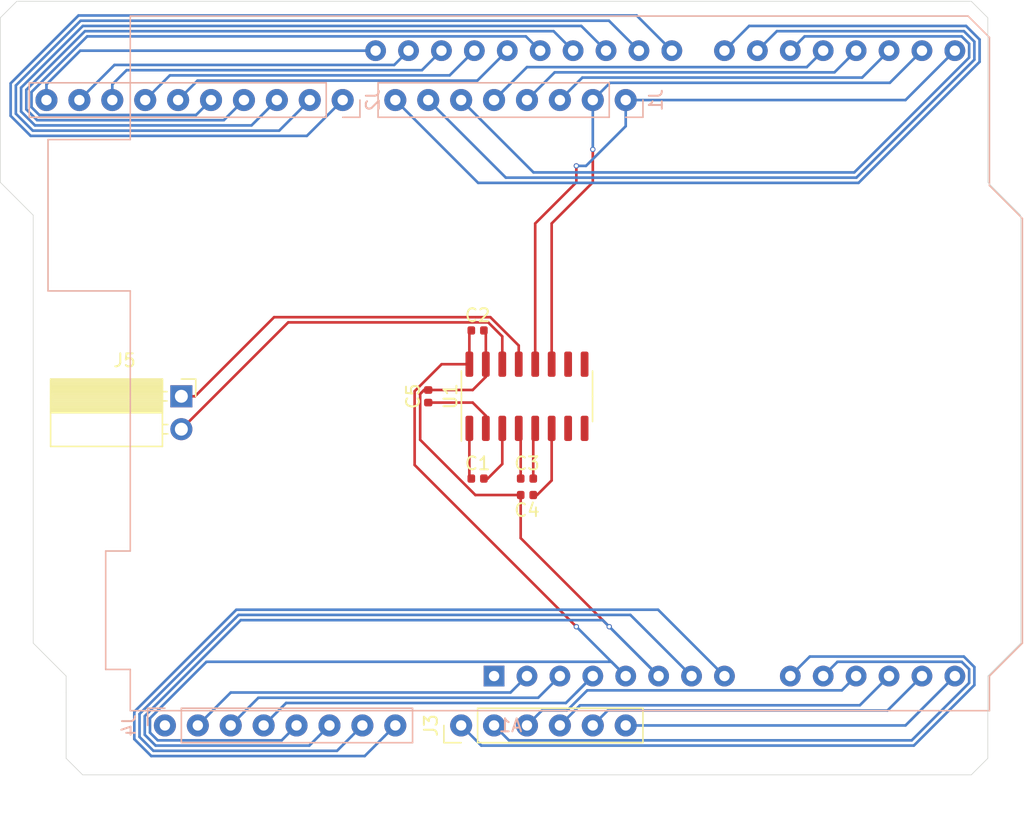
<source format=kicad_pcb>
(kicad_pcb (version 20171130) (host pcbnew 5.1.5)

  (general
    (thickness 1.6)
    (drawings 19)
    (tracks 222)
    (zones 0)
    (modules 12)
    (nets 46)
  )

  (page A4)
  (layers
    (0 F.Cu signal)
    (31 B.Cu signal)
    (32 B.Adhes user)
    (33 F.Adhes user)
    (34 B.Paste user)
    (35 F.Paste user)
    (36 B.SilkS user)
    (37 F.SilkS user)
    (38 B.Mask user)
    (39 F.Mask user)
    (40 Dwgs.User user)
    (41 Cmts.User user)
    (42 Eco1.User user)
    (43 Eco2.User user)
    (44 Edge.Cuts user)
    (45 Margin user)
    (46 B.CrtYd user)
    (47 F.CrtYd user)
    (48 B.Fab user)
    (49 F.Fab user)
  )

  (setup
    (last_trace_width 0.25)
    (user_trace_width 0.2032)
    (trace_clearance 0.2)
    (zone_clearance 0.508)
    (zone_45_only no)
    (trace_min 0.2)
    (via_size 0.8)
    (via_drill 0.4)
    (via_min_size 0.254)
    (via_min_drill 0.254)
    (user_via 0.4064 0.254)
    (uvia_size 0.3)
    (uvia_drill 0.1)
    (uvias_allowed no)
    (uvia_min_size 0.2)
    (uvia_min_drill 0.1)
    (edge_width 0.05)
    (segment_width 0.2)
    (pcb_text_width 0.3)
    (pcb_text_size 1.5 1.5)
    (mod_edge_width 0.12)
    (mod_text_size 1 1)
    (mod_text_width 0.15)
    (pad_size 1.7 1.7)
    (pad_drill 0.8)
    (pad_to_mask_clearance 0.051)
    (solder_mask_min_width 0.25)
    (aux_axis_origin 0 0)
    (visible_elements FFFFFF7F)
    (pcbplotparams
      (layerselection 0x010fc_ffffffff)
      (usegerberextensions false)
      (usegerberattributes false)
      (usegerberadvancedattributes false)
      (creategerberjobfile false)
      (excludeedgelayer true)
      (linewidth 0.100000)
      (plotframeref false)
      (viasonmask false)
      (mode 1)
      (useauxorigin false)
      (hpglpennumber 1)
      (hpglpenspeed 20)
      (hpglpendiameter 15.000000)
      (psnegative false)
      (psa4output false)
      (plotreference true)
      (plotvalue true)
      (plotinvisibletext false)
      (padsonsilk false)
      (subtractmaskfromsilk false)
      (outputformat 1)
      (mirror false)
      (drillshape 0)
      (scaleselection 1)
      (outputdirectory ""))
  )

  (net 0 "")
  (net 1 "Net-(A1-Pad32)")
  (net 2 "Net-(A1-Pad31)")
  (net 3 "Net-(A1-Pad1)")
  (net 4 "Net-(A1-Pad17)")
  (net 5 "Net-(A1-Pad2)")
  (net 6 "Net-(A1-Pad18)")
  (net 7 "Net-(A1-Pad3)")
  (net 8 "Net-(A1-Pad19)")
  (net 9 "Net-(A1-Pad4)")
  (net 10 "Net-(A1-Pad20)")
  (net 11 "Net-(A1-Pad5)")
  (net 12 "Net-(A1-Pad21)")
  (net 13 "Net-(A1-Pad22)")
  (net 14 "Net-(A1-Pad7)")
  (net 15 "Net-(A1-Pad23)")
  (net 16 "Net-(A1-Pad8)")
  (net 17 "Net-(A1-Pad24)")
  (net 18 "Net-(A1-Pad9)")
  (net 19 "Net-(A1-Pad25)")
  (net 20 "Net-(A1-Pad10)")
  (net 21 "Net-(A1-Pad26)")
  (net 22 "Net-(A1-Pad11)")
  (net 23 "Net-(A1-Pad27)")
  (net 24 "Net-(A1-Pad12)")
  (net 25 "Net-(A1-Pad28)")
  (net 26 "Net-(A1-Pad13)")
  (net 27 "Net-(A1-Pad29)")
  (net 28 "Net-(A1-Pad14)")
  (net 29 "Net-(A1-Pad30)")
  (net 30 "Net-(A1-Pad15)")
  (net 31 "Net-(A1-Pad16)")
  (net 32 "Net-(J4-Pad1)")
  (net 33 GND)
  (net 34 "Net-(C1-Pad2)")
  (net 35 "Net-(C1-Pad1)")
  (net 36 "Net-(C3-Pad2)")
  (net 37 "Net-(C3-Pad1)")
  (net 38 "Net-(C4-Pad1)")
  (net 39 "Net-(C5-Pad1)")
  (net 40 "Net-(J5-Pad2)")
  (net 41 "Net-(J5-Pad1)")
  (net 42 "Net-(U1-Pad10)")
  (net 43 "Net-(U1-Pad9)")
  (net 44 "Net-(U1-Pad8)")
  (net 45 "Net-(U1-Pad7)")

  (net_class Default "This is the default net class."
    (clearance 0.2)
    (trace_width 0.25)
    (via_dia 0.8)
    (via_drill 0.4)
    (uvia_dia 0.3)
    (uvia_drill 0.1)
    (add_net GND)
    (add_net "Net-(A1-Pad1)")
    (add_net "Net-(A1-Pad10)")
    (add_net "Net-(A1-Pad11)")
    (add_net "Net-(A1-Pad12)")
    (add_net "Net-(A1-Pad13)")
    (add_net "Net-(A1-Pad14)")
    (add_net "Net-(A1-Pad15)")
    (add_net "Net-(A1-Pad16)")
    (add_net "Net-(A1-Pad17)")
    (add_net "Net-(A1-Pad18)")
    (add_net "Net-(A1-Pad19)")
    (add_net "Net-(A1-Pad2)")
    (add_net "Net-(A1-Pad20)")
    (add_net "Net-(A1-Pad21)")
    (add_net "Net-(A1-Pad22)")
    (add_net "Net-(A1-Pad23)")
    (add_net "Net-(A1-Pad24)")
    (add_net "Net-(A1-Pad25)")
    (add_net "Net-(A1-Pad26)")
    (add_net "Net-(A1-Pad27)")
    (add_net "Net-(A1-Pad28)")
    (add_net "Net-(A1-Pad29)")
    (add_net "Net-(A1-Pad3)")
    (add_net "Net-(A1-Pad30)")
    (add_net "Net-(A1-Pad31)")
    (add_net "Net-(A1-Pad32)")
    (add_net "Net-(A1-Pad4)")
    (add_net "Net-(A1-Pad5)")
    (add_net "Net-(A1-Pad7)")
    (add_net "Net-(A1-Pad8)")
    (add_net "Net-(A1-Pad9)")
    (add_net "Net-(C1-Pad1)")
    (add_net "Net-(C1-Pad2)")
    (add_net "Net-(C3-Pad1)")
    (add_net "Net-(C3-Pad2)")
    (add_net "Net-(C4-Pad1)")
    (add_net "Net-(C5-Pad1)")
    (add_net "Net-(J4-Pad1)")
    (add_net "Net-(J5-Pad1)")
    (add_net "Net-(J5-Pad2)")
    (add_net "Net-(U1-Pad10)")
    (add_net "Net-(U1-Pad7)")
    (add_net "Net-(U1-Pad8)")
    (add_net "Net-(U1-Pad9)")
  )

  (net_class Custom ""
    (clearance 0.2)
    (trace_width 0.2032)
    (via_dia 0.4064)
    (via_drill 0.254)
    (uvia_dia 0.3)
    (uvia_drill 0.1)
  )

  (module touchscreencad:PinHeader_1x06_P2.54mm_Vertical_0.8mm (layer F.Cu) (tedit 5E1A5D9A) (tstamp 5E1564E0)
    (at 152.4 128.27 90)
    (descr "Through hole straight pin header, 1x06, 2.54mm pitch, single row")
    (tags "Through hole pin header THT 1x06 2.54mm single row")
    (path /5E179F49)
    (fp_text reference J3 (at 0 -2.33 270) (layer F.SilkS)
      (effects (font (size 1 1) (thickness 0.15)))
    )
    (fp_text value Conn_01x06_Female (at 0 15.03 270) (layer F.Fab)
      (effects (font (size 1 1) (thickness 0.15)))
    )
    (fp_text user %R (at 0 6.35 180) (layer F.Fab)
      (effects (font (size 1 1) (thickness 0.15)))
    )
    (fp_line (start 1.8 -1.8) (end -1.8 -1.8) (layer F.CrtYd) (width 0.05))
    (fp_line (start 1.8 14.5) (end 1.8 -1.8) (layer F.CrtYd) (width 0.05))
    (fp_line (start -1.8 14.5) (end 1.8 14.5) (layer F.CrtYd) (width 0.05))
    (fp_line (start -1.8 -1.8) (end -1.8 14.5) (layer F.CrtYd) (width 0.05))
    (fp_line (start -1.33 -1.33) (end 0 -1.33) (layer F.SilkS) (width 0.12))
    (fp_line (start -1.33 0) (end -1.33 -1.33) (layer F.SilkS) (width 0.12))
    (fp_line (start -1.33 1.27) (end 1.33 1.27) (layer F.SilkS) (width 0.12))
    (fp_line (start 1.33 1.27) (end 1.33 14.03) (layer F.SilkS) (width 0.12))
    (fp_line (start -1.33 1.27) (end -1.33 14.03) (layer F.SilkS) (width 0.12))
    (fp_line (start -1.33 14.03) (end 1.33 14.03) (layer F.SilkS) (width 0.12))
    (fp_line (start -1.27 -0.635) (end -0.635 -1.27) (layer F.Fab) (width 0.1))
    (fp_line (start -1.27 13.97) (end -1.27 -0.635) (layer F.Fab) (width 0.1))
    (fp_line (start 1.27 13.97) (end -1.27 13.97) (layer F.Fab) (width 0.1))
    (fp_line (start 1.27 -1.27) (end 1.27 13.97) (layer F.Fab) (width 0.1))
    (fp_line (start -0.635 -1.27) (end 1.27 -1.27) (layer F.Fab) (width 0.1))
    (pad 6 thru_hole oval (at 0 12.7 90) (size 1.7 1.7) (drill 0.8) (layers *.Cu *.Mask)
      (net 28 "Net-(A1-Pad14)"))
    (pad 5 thru_hole oval (at 0 10.16 90) (size 1.7 1.7) (drill 0.8) (layers *.Cu *.Mask)
      (net 26 "Net-(A1-Pad13)"))
    (pad 4 thru_hole oval (at 0 7.62 90) (size 1.7 1.7) (drill 0.8) (layers *.Cu *.Mask)
      (net 24 "Net-(A1-Pad12)"))
    (pad 3 thru_hole oval (at 0 5.08 90) (size 1.7 1.7) (drill 0.8) (layers *.Cu *.Mask)
      (net 22 "Net-(A1-Pad11)"))
    (pad 2 thru_hole oval (at 0 2.54 90) (size 1.7 1.7) (drill 0.8) (layers *.Cu *.Mask)
      (net 20 "Net-(A1-Pad10)"))
    (pad 1 thru_hole circle (at 0 0 90) (size 1.7 1.7) (drill 0.8) (layers *.Cu *.Mask)
      (net 18 "Net-(A1-Pad9)"))
    (model ${KISYS3DMOD}/Connector_PinHeader_2.54mm.3dshapes/PinHeader_1x06_P2.54mm_Vertical.wrl
      (at (xyz 0 0 0))
      (scale (xyz 1 1 1))
      (rotate (xyz 0 0 0))
    )
  )

  (module touchscreencad:PinHeader_1x08_P2.54mm_Vertical_0.8mm (layer B.Cu) (tedit 5E1A5AFA) (tstamp 5E156BD8)
    (at 129.54 128.27 270)
    (descr "Through hole straight pin header, 1x08, 2.54mm pitch, single row")
    (tags "Through hole pin header THT 1x08 2.54mm single row")
    (path /5E191DC9)
    (fp_text reference J4 (at 0 2.77 270) (layer B.SilkS)
      (effects (font (size 1 1) (thickness 0.15)) (justify mirror))
    )
    (fp_text value Conn_01x08_Female (at 0 -20.55 270) (layer B.Fab)
      (effects (font (size 1 1) (thickness 0.15)) (justify mirror))
    )
    (fp_text user %R (at 0 -8.89) (layer B.Fab)
      (effects (font (size 1 1) (thickness 0.15)) (justify mirror))
    )
    (fp_line (start 1.8 1.8) (end -1.8 1.8) (layer B.CrtYd) (width 0.05))
    (fp_line (start 1.8 -19.55) (end 1.8 1.8) (layer B.CrtYd) (width 0.05))
    (fp_line (start -1.8 -19.55) (end 1.8 -19.55) (layer B.CrtYd) (width 0.05))
    (fp_line (start -1.8 1.8) (end -1.8 -19.55) (layer B.CrtYd) (width 0.05))
    (fp_line (start -1.33 1.33) (end 0 1.33) (layer B.SilkS) (width 0.12))
    (fp_line (start -1.33 0) (end -1.33 1.33) (layer B.SilkS) (width 0.12))
    (fp_line (start -1.33 -1.27) (end 1.33 -1.27) (layer B.SilkS) (width 0.12))
    (fp_line (start 1.33 -1.27) (end 1.33 -19.11) (layer B.SilkS) (width 0.12))
    (fp_line (start -1.33 -1.27) (end -1.33 -19.11) (layer B.SilkS) (width 0.12))
    (fp_line (start -1.33 -19.11) (end 1.33 -19.11) (layer B.SilkS) (width 0.12))
    (fp_line (start -1.27 0.635) (end -0.635 1.27) (layer B.Fab) (width 0.1))
    (fp_line (start -1.27 -19.05) (end -1.27 0.635) (layer B.Fab) (width 0.1))
    (fp_line (start 1.27 -19.05) (end -1.27 -19.05) (layer B.Fab) (width 0.1))
    (fp_line (start 1.27 1.27) (end 1.27 -19.05) (layer B.Fab) (width 0.1))
    (fp_line (start -0.635 1.27) (end 1.27 1.27) (layer B.Fab) (width 0.1))
    (pad 8 thru_hole oval (at 0 -17.78 270) (size 1.7 1.7) (drill 0.8) (layers *.Cu *.Mask)
      (net 16 "Net-(A1-Pad8)"))
    (pad 7 thru_hole oval (at 0 -15.24 270) (size 1.7 1.7) (drill 0.8) (layers *.Cu *.Mask)
      (net 14 "Net-(A1-Pad7)"))
    (pad 6 thru_hole oval (at 0 -12.7 270) (size 1.7 1.7) (drill 0.8) (layers *.Cu *.Mask)
      (net 33 GND))
    (pad 5 thru_hole oval (at 0 -10.16 270) (size 1.7 1.7) (drill 0.8) (layers *.Cu *.Mask)
      (net 11 "Net-(A1-Pad5)"))
    (pad 4 thru_hole oval (at 0 -7.62 270) (size 1.7 1.7) (drill 0.8) (layers *.Cu *.Mask)
      (net 9 "Net-(A1-Pad4)"))
    (pad 3 thru_hole oval (at 0 -5.08 270) (size 1.7 1.7) (drill 0.8) (layers *.Cu *.Mask)
      (net 7 "Net-(A1-Pad3)"))
    (pad 2 thru_hole oval (at 0 -2.54 270) (size 1.7 1.7) (drill 0.8) (layers *.Cu *.Mask)
      (net 5 "Net-(A1-Pad2)"))
    (pad 1 thru_hole circle (at 0 0 270) (size 1.7 1.7) (drill 0.8) (layers *.Cu *.Mask)
      (net 32 "Net-(J4-Pad1)"))
    (model ${KISYS3DMOD}/Connector_PinHeader_2.54mm.3dshapes/PinHeader_1x08_P2.54mm_Vertical.wrl
      (at (xyz 0 0 0))
      (scale (xyz 1 1 1))
      (rotate (xyz 0 0 0))
    )
  )

  (module touchscreencad:PinHeader_1x10_P2.54mm_Vertical_0.8mm (layer B.Cu) (tedit 5E1A5B3F) (tstamp 5E1564C6)
    (at 143.26 80.01 90)
    (descr "Through hole straight pin header, 1x10, 2.54mm pitch, single row")
    (tags "Through hole pin header THT 1x10 2.54mm single row")
    (path /5E1812E7)
    (fp_text reference J2 (at 0 2.33 90) (layer B.SilkS)
      (effects (font (size 1 1) (thickness 0.15)) (justify mirror))
    )
    (fp_text value Conn_01x10_Female (at 0 -25.19 90) (layer B.Fab)
      (effects (font (size 1 1) (thickness 0.15)) (justify mirror))
    )
    (fp_text user %R (at 0 -11.43 180) (layer B.Fab)
      (effects (font (size 1 1) (thickness 0.15)) (justify mirror))
    )
    (fp_line (start 1.8 1.8) (end -1.8 1.8) (layer B.CrtYd) (width 0.05))
    (fp_line (start 1.8 -24.65) (end 1.8 1.8) (layer B.CrtYd) (width 0.05))
    (fp_line (start -1.8 -24.65) (end 1.8 -24.65) (layer B.CrtYd) (width 0.05))
    (fp_line (start -1.8 1.8) (end -1.8 -24.65) (layer B.CrtYd) (width 0.05))
    (fp_line (start -1.33 1.33) (end 0 1.33) (layer B.SilkS) (width 0.12))
    (fp_line (start -1.33 0) (end -1.33 1.33) (layer B.SilkS) (width 0.12))
    (fp_line (start -1.33 -1.27) (end 1.33 -1.27) (layer B.SilkS) (width 0.12))
    (fp_line (start 1.33 -1.27) (end 1.33 -24.19) (layer B.SilkS) (width 0.12))
    (fp_line (start -1.33 -1.27) (end -1.33 -24.19) (layer B.SilkS) (width 0.12))
    (fp_line (start -1.33 -24.19) (end 1.33 -24.19) (layer B.SilkS) (width 0.12))
    (fp_line (start -1.27 0.635) (end -0.635 1.27) (layer B.Fab) (width 0.1))
    (fp_line (start -1.27 -24.13) (end -1.27 0.635) (layer B.Fab) (width 0.1))
    (fp_line (start 1.27 -24.13) (end -1.27 -24.13) (layer B.Fab) (width 0.1))
    (fp_line (start 1.27 1.27) (end 1.27 -24.13) (layer B.Fab) (width 0.1))
    (fp_line (start -0.635 1.27) (end 1.27 1.27) (layer B.Fab) (width 0.1))
    (pad 10 thru_hole oval (at 0 -22.86 90) (size 1.7 1.7) (drill 0.8) (layers *.Cu *.Mask)
      (net 1 "Net-(A1-Pad32)"))
    (pad 9 thru_hole oval (at 0 -20.32 90) (size 1.7 1.7) (drill 0.8) (layers *.Cu *.Mask)
      (net 2 "Net-(A1-Pad31)"))
    (pad 8 thru_hole oval (at 0 -17.78 90) (size 1.7 1.7) (drill 0.8) (layers *.Cu *.Mask)
      (net 29 "Net-(A1-Pad30)"))
    (pad 7 thru_hole oval (at 0 -15.24 90) (size 1.7 1.7) (drill 0.8) (layers *.Cu *.Mask)
      (net 27 "Net-(A1-Pad29)"))
    (pad 6 thru_hole oval (at 0 -12.7 90) (size 1.7 1.7) (drill 0.8) (layers *.Cu *.Mask)
      (net 25 "Net-(A1-Pad28)"))
    (pad 5 thru_hole oval (at 0 -10.16 90) (size 1.7 1.7) (drill 0.8) (layers *.Cu *.Mask)
      (net 23 "Net-(A1-Pad27)"))
    (pad 4 thru_hole oval (at 0 -7.62 90) (size 1.7 1.7) (drill 0.8) (layers *.Cu *.Mask)
      (net 21 "Net-(A1-Pad26)"))
    (pad 3 thru_hole oval (at 0 -5.08 90) (size 1.7 1.7) (drill 0.8) (layers *.Cu *.Mask)
      (net 19 "Net-(A1-Pad25)"))
    (pad 2 thru_hole oval (at 0 -2.54 90) (size 1.7 1.7) (drill 0.8) (layers *.Cu *.Mask)
      (net 17 "Net-(A1-Pad24)"))
    (pad 1 thru_hole circle (at 0 0 90) (size 1.7 1.7) (drill 0.8) (layers *.Cu *.Mask)
      (net 15 "Net-(A1-Pad23)"))
    (model ${KISYS3DMOD}/Connector_PinHeader_2.54mm.3dshapes/PinHeader_1x10_P2.54mm_Vertical.wrl
      (at (xyz 0 0 0))
      (scale (xyz 1 1 1))
      (rotate (xyz 0 0 0))
    )
  )

  (module Module:Arduino_UNO_R3 (layer B.Cu) (tedit 58AB60FC) (tstamp 5E15648C)
    (at 154.94 124.46)
    (descr "Arduino UNO R3, http://www.mouser.com/pdfdocs/Gravitech_Arduino_Nano3_0.pdf")
    (tags "Arduino UNO R3")
    (path /5E176392)
    (fp_text reference A1 (at 1.27 3.81 -180) (layer B.SilkS)
      (effects (font (size 1 1) (thickness 0.15)) (justify mirror))
    )
    (fp_text value Arduino_UNO_R3 (at 0 -22.86) (layer B.Fab)
      (effects (font (size 1 1) (thickness 0.15)) (justify mirror))
    )
    (fp_text user %R (at 0 -20.32 -180) (layer B.Fab)
      (effects (font (size 1 1) (thickness 0.15)) (justify mirror))
    )
    (fp_line (start 38.35 2.79) (end 38.35 0) (layer B.CrtYd) (width 0.05))
    (fp_line (start 38.35 0) (end 40.89 -2.54) (layer B.CrtYd) (width 0.05))
    (fp_line (start 40.89 -2.54) (end 40.89 -35.31) (layer B.CrtYd) (width 0.05))
    (fp_line (start 40.89 -35.31) (end 38.35 -37.85) (layer B.CrtYd) (width 0.05))
    (fp_line (start 38.35 -37.85) (end 38.35 -49.28) (layer B.CrtYd) (width 0.05))
    (fp_line (start 38.35 -49.28) (end 36.58 -51.05) (layer B.CrtYd) (width 0.05))
    (fp_line (start 36.58 -51.05) (end -28.19 -51.05) (layer B.CrtYd) (width 0.05))
    (fp_line (start -28.19 -51.05) (end -28.19 -41.53) (layer B.CrtYd) (width 0.05))
    (fp_line (start -28.19 -41.53) (end -34.54 -41.53) (layer B.CrtYd) (width 0.05))
    (fp_line (start -34.54 -41.53) (end -34.54 -29.59) (layer B.CrtYd) (width 0.05))
    (fp_line (start -34.54 -29.59) (end -28.19 -29.59) (layer B.CrtYd) (width 0.05))
    (fp_line (start -28.19 -29.59) (end -28.19 -9.78) (layer B.CrtYd) (width 0.05))
    (fp_line (start -28.19 -9.78) (end -30.1 -9.78) (layer B.CrtYd) (width 0.05))
    (fp_line (start -30.1 -9.78) (end -30.1 -0.38) (layer B.CrtYd) (width 0.05))
    (fp_line (start -30.1 -0.38) (end -28.19 -0.38) (layer B.CrtYd) (width 0.05))
    (fp_line (start -28.19 -0.38) (end -28.19 2.79) (layer B.CrtYd) (width 0.05))
    (fp_line (start -28.19 2.79) (end 38.35 2.79) (layer B.CrtYd) (width 0.05))
    (fp_line (start 40.77 -35.31) (end 40.77 -2.54) (layer B.SilkS) (width 0.12))
    (fp_line (start 40.77 -2.54) (end 38.23 0) (layer B.SilkS) (width 0.12))
    (fp_line (start 38.23 0) (end 38.23 2.67) (layer B.SilkS) (width 0.12))
    (fp_line (start 38.23 2.67) (end -28.07 2.67) (layer B.SilkS) (width 0.12))
    (fp_line (start -28.07 2.67) (end -28.07 -0.51) (layer B.SilkS) (width 0.12))
    (fp_line (start -28.07 -0.51) (end -29.97 -0.51) (layer B.SilkS) (width 0.12))
    (fp_line (start -29.97 -0.51) (end -29.97 -9.65) (layer B.SilkS) (width 0.12))
    (fp_line (start -29.97 -9.65) (end -28.07 -9.65) (layer B.SilkS) (width 0.12))
    (fp_line (start -28.07 -9.65) (end -28.07 -29.72) (layer B.SilkS) (width 0.12))
    (fp_line (start -28.07 -29.72) (end -34.42 -29.72) (layer B.SilkS) (width 0.12))
    (fp_line (start -34.42 -29.72) (end -34.42 -41.4) (layer B.SilkS) (width 0.12))
    (fp_line (start -34.42 -41.4) (end -28.07 -41.4) (layer B.SilkS) (width 0.12))
    (fp_line (start -28.07 -41.4) (end -28.07 -50.93) (layer B.SilkS) (width 0.12))
    (fp_line (start -28.07 -50.93) (end 36.58 -50.93) (layer B.SilkS) (width 0.12))
    (fp_line (start 36.58 -50.93) (end 38.23 -49.28) (layer B.SilkS) (width 0.12))
    (fp_line (start 38.23 -49.28) (end 38.23 -37.85) (layer B.SilkS) (width 0.12))
    (fp_line (start 38.23 -37.85) (end 40.77 -35.31) (layer B.SilkS) (width 0.12))
    (fp_line (start -34.29 -29.84) (end -18.41 -29.84) (layer B.Fab) (width 0.1))
    (fp_line (start -18.41 -29.84) (end -18.41 -41.27) (layer B.Fab) (width 0.1))
    (fp_line (start -18.41 -41.27) (end -34.29 -41.27) (layer B.Fab) (width 0.1))
    (fp_line (start -34.29 -41.27) (end -34.29 -29.84) (layer B.Fab) (width 0.1))
    (fp_line (start -29.84 -0.64) (end -16.51 -0.64) (layer B.Fab) (width 0.1))
    (fp_line (start -16.51 -0.64) (end -16.51 -9.53) (layer B.Fab) (width 0.1))
    (fp_line (start -16.51 -9.53) (end -29.84 -9.53) (layer B.Fab) (width 0.1))
    (fp_line (start -29.84 -9.53) (end -29.84 -0.64) (layer B.Fab) (width 0.1))
    (fp_line (start 38.1 -37.85) (end 38.1 -49.28) (layer B.Fab) (width 0.1))
    (fp_line (start 40.64 -2.54) (end 40.64 -35.31) (layer B.Fab) (width 0.1))
    (fp_line (start 40.64 -35.31) (end 38.1 -37.85) (layer B.Fab) (width 0.1))
    (fp_line (start 38.1 2.54) (end 38.1 0) (layer B.Fab) (width 0.1))
    (fp_line (start 38.1 0) (end 40.64 -2.54) (layer B.Fab) (width 0.1))
    (fp_line (start 38.1 -49.28) (end 36.58 -50.8) (layer B.Fab) (width 0.1))
    (fp_line (start 36.58 -50.8) (end -27.94 -50.8) (layer B.Fab) (width 0.1))
    (fp_line (start -27.94 -50.8) (end -27.94 2.54) (layer B.Fab) (width 0.1))
    (fp_line (start -27.94 2.54) (end 38.1 2.54) (layer B.Fab) (width 0.1))
    (pad 32 thru_hole oval (at -9.14 -48.26 270) (size 1.6 1.6) (drill 0.8) (layers *.Cu *.Mask)
      (net 1 "Net-(A1-Pad32)"))
    (pad 31 thru_hole oval (at -6.6 -48.26 270) (size 1.6 1.6) (drill 0.8) (layers *.Cu *.Mask)
      (net 2 "Net-(A1-Pad31)"))
    (pad 1 thru_hole rect (at 0 0 270) (size 1.6 1.6) (drill 0.8) (layers *.Cu *.Mask)
      (net 3 "Net-(A1-Pad1)"))
    (pad 17 thru_hole oval (at 30.48 -48.26 270) (size 1.6 1.6) (drill 0.8) (layers *.Cu *.Mask)
      (net 4 "Net-(A1-Pad17)"))
    (pad 2 thru_hole oval (at 2.54 0 270) (size 1.6 1.6) (drill 0.8) (layers *.Cu *.Mask)
      (net 5 "Net-(A1-Pad2)"))
    (pad 18 thru_hole oval (at 27.94 -48.26 270) (size 1.6 1.6) (drill 0.8) (layers *.Cu *.Mask)
      (net 6 "Net-(A1-Pad18)"))
    (pad 3 thru_hole oval (at 5.08 0 270) (size 1.6 1.6) (drill 0.8) (layers *.Cu *.Mask)
      (net 7 "Net-(A1-Pad3)"))
    (pad 19 thru_hole oval (at 25.4 -48.26 270) (size 1.6 1.6) (drill 0.8) (layers *.Cu *.Mask)
      (net 8 "Net-(A1-Pad19)"))
    (pad 4 thru_hole oval (at 7.62 0 270) (size 1.6 1.6) (drill 0.8) (layers *.Cu *.Mask)
      (net 9 "Net-(A1-Pad4)"))
    (pad 20 thru_hole oval (at 22.86 -48.26 270) (size 1.6 1.6) (drill 0.8) (layers *.Cu *.Mask)
      (net 10 "Net-(A1-Pad20)"))
    (pad 5 thru_hole oval (at 10.16 0 270) (size 1.6 1.6) (drill 0.8) (layers *.Cu *.Mask)
      (net 11 "Net-(A1-Pad5)"))
    (pad 21 thru_hole oval (at 20.32 -48.26 270) (size 1.6 1.6) (drill 0.8) (layers *.Cu *.Mask)
      (net 12 "Net-(A1-Pad21)"))
    (pad 6 thru_hole oval (at 12.7 0 270) (size 1.6 1.6) (drill 0.8) (layers *.Cu *.Mask)
      (net 33 GND))
    (pad 22 thru_hole oval (at 17.78 -48.26 270) (size 1.6 1.6) (drill 0.8) (layers *.Cu *.Mask)
      (net 13 "Net-(A1-Pad22)"))
    (pad 7 thru_hole oval (at 15.24 0 270) (size 1.6 1.6) (drill 0.8) (layers *.Cu *.Mask)
      (net 14 "Net-(A1-Pad7)"))
    (pad 23 thru_hole oval (at 13.72 -48.26 270) (size 1.6 1.6) (drill 0.8) (layers *.Cu *.Mask)
      (net 15 "Net-(A1-Pad23)"))
    (pad 8 thru_hole oval (at 17.78 0 270) (size 1.6 1.6) (drill 0.8) (layers *.Cu *.Mask)
      (net 16 "Net-(A1-Pad8)"))
    (pad 24 thru_hole oval (at 11.18 -48.26 270) (size 1.6 1.6) (drill 0.8) (layers *.Cu *.Mask)
      (net 17 "Net-(A1-Pad24)"))
    (pad 9 thru_hole oval (at 22.86 0 270) (size 1.6 1.6) (drill 0.8) (layers *.Cu *.Mask)
      (net 18 "Net-(A1-Pad9)"))
    (pad 25 thru_hole oval (at 8.64 -48.26 270) (size 1.6 1.6) (drill 0.8) (layers *.Cu *.Mask)
      (net 19 "Net-(A1-Pad25)"))
    (pad 10 thru_hole oval (at 25.4 0 270) (size 1.6 1.6) (drill 0.8) (layers *.Cu *.Mask)
      (net 20 "Net-(A1-Pad10)"))
    (pad 26 thru_hole oval (at 6.1 -48.26 270) (size 1.6 1.6) (drill 0.8) (layers *.Cu *.Mask)
      (net 21 "Net-(A1-Pad26)"))
    (pad 11 thru_hole oval (at 27.94 0 270) (size 1.6 1.6) (drill 0.8) (layers *.Cu *.Mask)
      (net 22 "Net-(A1-Pad11)"))
    (pad 27 thru_hole oval (at 3.56 -48.26 270) (size 1.6 1.6) (drill 0.8) (layers *.Cu *.Mask)
      (net 23 "Net-(A1-Pad27)"))
    (pad 12 thru_hole oval (at 30.48 0 270) (size 1.6 1.6) (drill 0.8) (layers *.Cu *.Mask)
      (net 24 "Net-(A1-Pad12)"))
    (pad 28 thru_hole oval (at 1.02 -48.26 270) (size 1.6 1.6) (drill 0.8) (layers *.Cu *.Mask)
      (net 25 "Net-(A1-Pad28)"))
    (pad 13 thru_hole oval (at 33.02 0 270) (size 1.6 1.6) (drill 0.8) (layers *.Cu *.Mask)
      (net 26 "Net-(A1-Pad13)"))
    (pad 29 thru_hole oval (at -1.52 -48.26 270) (size 1.6 1.6) (drill 0.8) (layers *.Cu *.Mask)
      (net 27 "Net-(A1-Pad29)"))
    (pad 14 thru_hole oval (at 35.56 0 270) (size 1.6 1.6) (drill 0.8) (layers *.Cu *.Mask)
      (net 28 "Net-(A1-Pad14)"))
    (pad 30 thru_hole oval (at -4.06 -48.26 270) (size 1.6 1.6) (drill 0.8) (layers *.Cu *.Mask)
      (net 29 "Net-(A1-Pad30)"))
    (pad 15 thru_hole oval (at 35.56 -48.26 270) (size 1.6 1.6) (drill 0.8) (layers *.Cu *.Mask)
      (net 30 "Net-(A1-Pad15)"))
    (pad 16 thru_hole oval (at 33.02 -48.26 270) (size 1.6 1.6) (drill 0.8) (layers *.Cu *.Mask)
      (net 31 "Net-(A1-Pad16)"))
    (model ${KISYS3DMOD}/Module.3dshapes/Arduino_UNO_R3.wrl
      (at (xyz 0 0 0))
      (scale (xyz 1 1 1))
      (rotate (xyz 0 0 0))
    )
  )

  (module Package_SO:SOIC-16_3.9x9.9mm_P1.27mm (layer F.Cu) (tedit 5D9F72B1) (tstamp 5E1535D5)
    (at 157.48 102.87 90)
    (descr "SOIC, 16 Pin (JEDEC MS-012AC, https://www.analog.com/media/en/package-pcb-resources/package/pkg_pdf/soic_narrow-r/r_16.pdf), generated with kicad-footprint-generator ipc_gullwing_generator.py")
    (tags "SOIC SO")
    (path /5E1565C9)
    (attr smd)
    (fp_text reference U1 (at 0 -5.9 90) (layer F.SilkS)
      (effects (font (size 1 1) (thickness 0.15)))
    )
    (fp_text value 0.1μF (at 0 5.9 90) (layer F.Fab)
      (effects (font (size 1 1) (thickness 0.15)))
    )
    (fp_text user %R (at 0 0 90) (layer F.Fab)
      (effects (font (size 0.98 0.98) (thickness 0.15)))
    )
    (fp_line (start 3.7 -5.2) (end -3.7 -5.2) (layer F.CrtYd) (width 0.05))
    (fp_line (start 3.7 5.2) (end 3.7 -5.2) (layer F.CrtYd) (width 0.05))
    (fp_line (start -3.7 5.2) (end 3.7 5.2) (layer F.CrtYd) (width 0.05))
    (fp_line (start -3.7 -5.2) (end -3.7 5.2) (layer F.CrtYd) (width 0.05))
    (fp_line (start -1.95 -3.975) (end -0.975 -4.95) (layer F.Fab) (width 0.1))
    (fp_line (start -1.95 4.95) (end -1.95 -3.975) (layer F.Fab) (width 0.1))
    (fp_line (start 1.95 4.95) (end -1.95 4.95) (layer F.Fab) (width 0.1))
    (fp_line (start 1.95 -4.95) (end 1.95 4.95) (layer F.Fab) (width 0.1))
    (fp_line (start -0.975 -4.95) (end 1.95 -4.95) (layer F.Fab) (width 0.1))
    (fp_line (start 0 -5.06) (end -3.45 -5.06) (layer F.SilkS) (width 0.12))
    (fp_line (start 0 -5.06) (end 1.95 -5.06) (layer F.SilkS) (width 0.12))
    (fp_line (start 0 5.06) (end -1.95 5.06) (layer F.SilkS) (width 0.12))
    (fp_line (start 0 5.06) (end 1.95 5.06) (layer F.SilkS) (width 0.12))
    (pad 16 smd roundrect (at 2.475 -4.445 90) (size 1.95 0.6) (layers F.Cu F.Paste F.Mask) (roundrect_rratio 0.25)
      (net 11 "Net-(A1-Pad5)"))
    (pad 15 smd roundrect (at 2.475 -3.175 90) (size 1.95 0.6) (layers F.Cu F.Paste F.Mask) (roundrect_rratio 0.25)
      (net 33 GND))
    (pad 14 smd roundrect (at 2.475 -1.905 90) (size 1.95 0.6) (layers F.Cu F.Paste F.Mask) (roundrect_rratio 0.25)
      (net 40 "Net-(J5-Pad2)"))
    (pad 13 smd roundrect (at 2.475 -0.635 90) (size 1.95 0.6) (layers F.Cu F.Paste F.Mask) (roundrect_rratio 0.25)
      (net 41 "Net-(J5-Pad1)"))
    (pad 12 smd roundrect (at 2.475 0.635 90) (size 1.95 0.6) (layers F.Cu F.Paste F.Mask) (roundrect_rratio 0.25)
      (net 30 "Net-(A1-Pad15)"))
    (pad 11 smd roundrect (at 2.475 1.905 90) (size 1.95 0.6) (layers F.Cu F.Paste F.Mask) (roundrect_rratio 0.25)
      (net 31 "Net-(A1-Pad16)"))
    (pad 10 smd roundrect (at 2.475 3.175 90) (size 1.95 0.6) (layers F.Cu F.Paste F.Mask) (roundrect_rratio 0.25)
      (net 42 "Net-(U1-Pad10)"))
    (pad 9 smd roundrect (at 2.475 4.445 90) (size 1.95 0.6) (layers F.Cu F.Paste F.Mask) (roundrect_rratio 0.25)
      (net 43 "Net-(U1-Pad9)"))
    (pad 8 smd roundrect (at -2.475 4.445 90) (size 1.95 0.6) (layers F.Cu F.Paste F.Mask) (roundrect_rratio 0.25)
      (net 44 "Net-(U1-Pad8)"))
    (pad 7 smd roundrect (at -2.475 3.175 90) (size 1.95 0.6) (layers F.Cu F.Paste F.Mask) (roundrect_rratio 0.25)
      (net 45 "Net-(U1-Pad7)"))
    (pad 6 smd roundrect (at -2.475 1.905 90) (size 1.95 0.6) (layers F.Cu F.Paste F.Mask) (roundrect_rratio 0.25)
      (net 38 "Net-(C4-Pad1)"))
    (pad 5 smd roundrect (at -2.475 0.635 90) (size 1.95 0.6) (layers F.Cu F.Paste F.Mask) (roundrect_rratio 0.25)
      (net 36 "Net-(C3-Pad2)"))
    (pad 4 smd roundrect (at -2.475 -0.635 90) (size 1.95 0.6) (layers F.Cu F.Paste F.Mask) (roundrect_rratio 0.25)
      (net 37 "Net-(C3-Pad1)"))
    (pad 3 smd roundrect (at -2.475 -1.905 90) (size 1.95 0.6) (layers F.Cu F.Paste F.Mask) (roundrect_rratio 0.25)
      (net 34 "Net-(C1-Pad2)"))
    (pad 2 smd roundrect (at -2.475 -3.175 90) (size 1.95 0.6) (layers F.Cu F.Paste F.Mask) (roundrect_rratio 0.25)
      (net 39 "Net-(C5-Pad1)"))
    (pad 1 smd roundrect (at -2.475 -4.445 90) (size 1.95 0.6) (layers F.Cu F.Paste F.Mask) (roundrect_rratio 0.25)
      (net 35 "Net-(C1-Pad1)"))
    (model ${KISYS3DMOD}/Package_SO.3dshapes/SOIC-16_3.9x9.9mm_P1.27mm.wrl
      (at (xyz 0 0 0))
      (scale (xyz 1 1 1))
      (rotate (xyz 0 0 0))
    )
  )

  (module Connector_PinSocket_2.54mm:PinSocket_1x02_P2.54mm_Horizontal (layer F.Cu) (tedit 5A19A41B) (tstamp 5E1535B3)
    (at 130.81 102.87)
    (descr "Through hole angled socket strip, 1x02, 2.54mm pitch, 8.51mm socket length, single row (from Kicad 4.0.7), script generated")
    (tags "Through hole angled socket strip THT 1x02 2.54mm single row")
    (path /5E1CA31C)
    (fp_text reference J5 (at -4.38 -2.77) (layer F.SilkS)
      (effects (font (size 1 1) (thickness 0.15)))
    )
    (fp_text value RS232 (at -4.38 5.31) (layer F.Fab)
      (effects (font (size 1 1) (thickness 0.15)))
    )
    (fp_text user %R (at -5.775 1.27) (layer F.Fab)
      (effects (font (size 1 1) (thickness 0.15)))
    )
    (fp_line (start 1.75 4.35) (end 1.75 -1.75) (layer F.CrtYd) (width 0.05))
    (fp_line (start -10.55 4.35) (end 1.75 4.35) (layer F.CrtYd) (width 0.05))
    (fp_line (start -10.55 -1.75) (end -10.55 4.35) (layer F.CrtYd) (width 0.05))
    (fp_line (start 1.75 -1.75) (end -10.55 -1.75) (layer F.CrtYd) (width 0.05))
    (fp_line (start 0 -1.33) (end 1.11 -1.33) (layer F.SilkS) (width 0.12))
    (fp_line (start 1.11 -1.33) (end 1.11 0) (layer F.SilkS) (width 0.12))
    (fp_line (start -10.09 -1.33) (end -10.09 3.87) (layer F.SilkS) (width 0.12))
    (fp_line (start -10.09 3.87) (end -1.46 3.87) (layer F.SilkS) (width 0.12))
    (fp_line (start -1.46 -1.33) (end -1.46 3.87) (layer F.SilkS) (width 0.12))
    (fp_line (start -10.09 -1.33) (end -1.46 -1.33) (layer F.SilkS) (width 0.12))
    (fp_line (start -10.09 1.27) (end -1.46 1.27) (layer F.SilkS) (width 0.12))
    (fp_line (start -1.46 2.9) (end -1.05 2.9) (layer F.SilkS) (width 0.12))
    (fp_line (start -1.46 2.18) (end -1.05 2.18) (layer F.SilkS) (width 0.12))
    (fp_line (start -1.46 0.36) (end -1.11 0.36) (layer F.SilkS) (width 0.12))
    (fp_line (start -1.46 -0.36) (end -1.11 -0.36) (layer F.SilkS) (width 0.12))
    (fp_line (start -10.09 1.1519) (end -1.46 1.1519) (layer F.SilkS) (width 0.12))
    (fp_line (start -10.09 1.033805) (end -1.46 1.033805) (layer F.SilkS) (width 0.12))
    (fp_line (start -10.09 0.91571) (end -1.46 0.91571) (layer F.SilkS) (width 0.12))
    (fp_line (start -10.09 0.797615) (end -1.46 0.797615) (layer F.SilkS) (width 0.12))
    (fp_line (start -10.09 0.67952) (end -1.46 0.67952) (layer F.SilkS) (width 0.12))
    (fp_line (start -10.09 0.561425) (end -1.46 0.561425) (layer F.SilkS) (width 0.12))
    (fp_line (start -10.09 0.44333) (end -1.46 0.44333) (layer F.SilkS) (width 0.12))
    (fp_line (start -10.09 0.325235) (end -1.46 0.325235) (layer F.SilkS) (width 0.12))
    (fp_line (start -10.09 0.20714) (end -1.46 0.20714) (layer F.SilkS) (width 0.12))
    (fp_line (start -10.09 0.089045) (end -1.46 0.089045) (layer F.SilkS) (width 0.12))
    (fp_line (start -10.09 -0.02905) (end -1.46 -0.02905) (layer F.SilkS) (width 0.12))
    (fp_line (start -10.09 -0.147145) (end -1.46 -0.147145) (layer F.SilkS) (width 0.12))
    (fp_line (start -10.09 -0.26524) (end -1.46 -0.26524) (layer F.SilkS) (width 0.12))
    (fp_line (start -10.09 -0.383335) (end -1.46 -0.383335) (layer F.SilkS) (width 0.12))
    (fp_line (start -10.09 -0.50143) (end -1.46 -0.50143) (layer F.SilkS) (width 0.12))
    (fp_line (start -10.09 -0.619525) (end -1.46 -0.619525) (layer F.SilkS) (width 0.12))
    (fp_line (start -10.09 -0.73762) (end -1.46 -0.73762) (layer F.SilkS) (width 0.12))
    (fp_line (start -10.09 -0.855715) (end -1.46 -0.855715) (layer F.SilkS) (width 0.12))
    (fp_line (start -10.09 -0.97381) (end -1.46 -0.97381) (layer F.SilkS) (width 0.12))
    (fp_line (start -10.09 -1.091905) (end -1.46 -1.091905) (layer F.SilkS) (width 0.12))
    (fp_line (start -10.09 -1.21) (end -1.46 -1.21) (layer F.SilkS) (width 0.12))
    (fp_line (start 0 2.84) (end 0 2.24) (layer F.Fab) (width 0.1))
    (fp_line (start -1.52 2.84) (end 0 2.84) (layer F.Fab) (width 0.1))
    (fp_line (start 0 2.24) (end -1.52 2.24) (layer F.Fab) (width 0.1))
    (fp_line (start 0 0.3) (end 0 -0.3) (layer F.Fab) (width 0.1))
    (fp_line (start -1.52 0.3) (end 0 0.3) (layer F.Fab) (width 0.1))
    (fp_line (start 0 -0.3) (end -1.52 -0.3) (layer F.Fab) (width 0.1))
    (fp_line (start -10.03 3.81) (end -10.03 -1.27) (layer F.Fab) (width 0.1))
    (fp_line (start -1.52 3.81) (end -10.03 3.81) (layer F.Fab) (width 0.1))
    (fp_line (start -1.52 -0.3) (end -1.52 3.81) (layer F.Fab) (width 0.1))
    (fp_line (start -2.49 -1.27) (end -1.52 -0.3) (layer F.Fab) (width 0.1))
    (fp_line (start -10.03 -1.27) (end -2.49 -1.27) (layer F.Fab) (width 0.1))
    (pad 2 thru_hole oval (at 0 2.54) (size 1.7 1.7) (drill 1) (layers *.Cu *.Mask)
      (net 40 "Net-(J5-Pad2)"))
    (pad 1 thru_hole rect (at 0 0) (size 1.7 1.7) (drill 1) (layers *.Cu *.Mask)
      (net 41 "Net-(J5-Pad1)"))
    (model ${KISYS3DMOD}/Connector_PinSocket_2.54mm.3dshapes/PinSocket_1x02_P2.54mm_Horizontal.wrl
      (at (xyz 0 0 0))
      (scale (xyz 1 1 1))
      (rotate (xyz 0 0 0))
    )
  )

  (module Capacitor_SMD:C_0402_1005Metric (layer F.Cu) (tedit 5B301BBE) (tstamp 5E1534A5)
    (at 149.86 102.87 90)
    (descr "Capacitor SMD 0402 (1005 Metric), square (rectangular) end terminal, IPC_7351 nominal, (Body size source: http://www.tortai-tech.com/upload/download/2011102023233369053.pdf), generated with kicad-footprint-generator")
    (tags capacitor)
    (path /5E1AC681)
    (attr smd)
    (fp_text reference C5 (at 0 -1.17 90) (layer F.SilkS)
      (effects (font (size 1 1) (thickness 0.15)))
    )
    (fp_text value 0.1μF (at 0 1.17 90) (layer F.Fab)
      (effects (font (size 1 1) (thickness 0.15)))
    )
    (fp_text user %R (at 0 0 90) (layer F.Fab)
      (effects (font (size 0.25 0.25) (thickness 0.04)))
    )
    (fp_line (start 0.93 0.47) (end -0.93 0.47) (layer F.CrtYd) (width 0.05))
    (fp_line (start 0.93 -0.47) (end 0.93 0.47) (layer F.CrtYd) (width 0.05))
    (fp_line (start -0.93 -0.47) (end 0.93 -0.47) (layer F.CrtYd) (width 0.05))
    (fp_line (start -0.93 0.47) (end -0.93 -0.47) (layer F.CrtYd) (width 0.05))
    (fp_line (start 0.5 0.25) (end -0.5 0.25) (layer F.Fab) (width 0.1))
    (fp_line (start 0.5 -0.25) (end 0.5 0.25) (layer F.Fab) (width 0.1))
    (fp_line (start -0.5 -0.25) (end 0.5 -0.25) (layer F.Fab) (width 0.1))
    (fp_line (start -0.5 0.25) (end -0.5 -0.25) (layer F.Fab) (width 0.1))
    (pad 2 smd roundrect (at 0.485 0 90) (size 0.59 0.64) (layers F.Cu F.Paste F.Mask) (roundrect_rratio 0.25)
      (net 33 GND))
    (pad 1 smd roundrect (at -0.485 0 90) (size 0.59 0.64) (layers F.Cu F.Paste F.Mask) (roundrect_rratio 0.25)
      (net 39 "Net-(C5-Pad1)"))
    (model ${KISYS3DMOD}/Capacitor_SMD.3dshapes/C_0402_1005Metric.wrl
      (at (xyz 0 0 0))
      (scale (xyz 1 1 1))
      (rotate (xyz 0 0 0))
    )
  )

  (module Capacitor_SMD:C_0402_1005Metric (layer F.Cu) (tedit 5B301BBE) (tstamp 5E153496)
    (at 157.48 110.49 180)
    (descr "Capacitor SMD 0402 (1005 Metric), square (rectangular) end terminal, IPC_7351 nominal, (Body size source: http://www.tortai-tech.com/upload/download/2011102023233369053.pdf), generated with kicad-footprint-generator")
    (tags capacitor)
    (path /5E1AB421)
    (attr smd)
    (fp_text reference C4 (at 0 -1.17) (layer F.SilkS)
      (effects (font (size 1 1) (thickness 0.15)))
    )
    (fp_text value 0.1μF (at 0 1.17) (layer F.Fab)
      (effects (font (size 1 1) (thickness 0.15)))
    )
    (fp_text user %R (at -1.27 1.27) (layer F.Fab)
      (effects (font (size 0.25 0.25) (thickness 0.04)))
    )
    (fp_line (start 0.93 0.47) (end -0.93 0.47) (layer F.CrtYd) (width 0.05))
    (fp_line (start 0.93 -0.47) (end 0.93 0.47) (layer F.CrtYd) (width 0.05))
    (fp_line (start -0.93 -0.47) (end 0.93 -0.47) (layer F.CrtYd) (width 0.05))
    (fp_line (start -0.93 0.47) (end -0.93 -0.47) (layer F.CrtYd) (width 0.05))
    (fp_line (start 0.5 0.25) (end -0.5 0.25) (layer F.Fab) (width 0.1))
    (fp_line (start 0.5 -0.25) (end 0.5 0.25) (layer F.Fab) (width 0.1))
    (fp_line (start -0.5 -0.25) (end 0.5 -0.25) (layer F.Fab) (width 0.1))
    (fp_line (start -0.5 0.25) (end -0.5 -0.25) (layer F.Fab) (width 0.1))
    (pad 2 smd roundrect (at 0.485 0 180) (size 0.59 0.64) (layers F.Cu F.Paste F.Mask) (roundrect_rratio 0.25)
      (net 33 GND))
    (pad 1 smd roundrect (at -0.485 0 180) (size 0.59 0.64) (layers F.Cu F.Paste F.Mask) (roundrect_rratio 0.25)
      (net 38 "Net-(C4-Pad1)"))
    (model ${KISYS3DMOD}/Capacitor_SMD.3dshapes/C_0402_1005Metric.wrl
      (at (xyz 0 0 0))
      (scale (xyz 1 1 1))
      (rotate (xyz 0 0 0))
    )
  )

  (module Capacitor_SMD:C_0402_1005Metric (layer F.Cu) (tedit 5B301BBE) (tstamp 5E153487)
    (at 157.48 109.22)
    (descr "Capacitor SMD 0402 (1005 Metric), square (rectangular) end terminal, IPC_7351 nominal, (Body size source: http://www.tortai-tech.com/upload/download/2011102023233369053.pdf), generated with kicad-footprint-generator")
    (tags capacitor)
    (path /5E1BC873)
    (attr smd)
    (fp_text reference C3 (at 0 -1.17) (layer F.SilkS)
      (effects (font (size 1 1) (thickness 0.15)))
    )
    (fp_text value 0.1μF (at 0 1.17) (layer F.Fab)
      (effects (font (size 1 1) (thickness 0.15)))
    )
    (fp_text user %R (at 0 0) (layer F.Fab)
      (effects (font (size 0.25 0.25) (thickness 0.04)))
    )
    (fp_line (start 0.93 0.47) (end -0.93 0.47) (layer F.CrtYd) (width 0.05))
    (fp_line (start 0.93 -0.47) (end 0.93 0.47) (layer F.CrtYd) (width 0.05))
    (fp_line (start -0.93 -0.47) (end 0.93 -0.47) (layer F.CrtYd) (width 0.05))
    (fp_line (start -0.93 0.47) (end -0.93 -0.47) (layer F.CrtYd) (width 0.05))
    (fp_line (start 0.5 0.25) (end -0.5 0.25) (layer F.Fab) (width 0.1))
    (fp_line (start 0.5 -0.25) (end 0.5 0.25) (layer F.Fab) (width 0.1))
    (fp_line (start -0.5 -0.25) (end 0.5 -0.25) (layer F.Fab) (width 0.1))
    (fp_line (start -0.5 0.25) (end -0.5 -0.25) (layer F.Fab) (width 0.1))
    (pad 2 smd roundrect (at 0.485 0) (size 0.59 0.64) (layers F.Cu F.Paste F.Mask) (roundrect_rratio 0.25)
      (net 36 "Net-(C3-Pad2)"))
    (pad 1 smd roundrect (at -0.485 0) (size 0.59 0.64) (layers F.Cu F.Paste F.Mask) (roundrect_rratio 0.25)
      (net 37 "Net-(C3-Pad1)"))
    (model ${KISYS3DMOD}/Capacitor_SMD.3dshapes/C_0402_1005Metric.wrl
      (at (xyz 0 0 0))
      (scale (xyz 1 1 1))
      (rotate (xyz 0 0 0))
    )
  )

  (module Capacitor_SMD:C_0402_1005Metric (layer F.Cu) (tedit 5B301BBE) (tstamp 5E153478)
    (at 153.67 97.79)
    (descr "Capacitor SMD 0402 (1005 Metric), square (rectangular) end terminal, IPC_7351 nominal, (Body size source: http://www.tortai-tech.com/upload/download/2011102023233369053.pdf), generated with kicad-footprint-generator")
    (tags capacitor)
    (path /5E1B6E62)
    (attr smd)
    (fp_text reference C2 (at 0 -1.17) (layer F.SilkS)
      (effects (font (size 1 1) (thickness 0.15)))
    )
    (fp_text value 0.1μF (at 0 1.17) (layer F.Fab)
      (effects (font (size 1 1) (thickness 0.15)))
    )
    (fp_text user %R (at 0 0) (layer F.Fab)
      (effects (font (size 0.25 0.25) (thickness 0.04)))
    )
    (fp_line (start 0.93 0.47) (end -0.93 0.47) (layer F.CrtYd) (width 0.05))
    (fp_line (start 0.93 -0.47) (end 0.93 0.47) (layer F.CrtYd) (width 0.05))
    (fp_line (start -0.93 -0.47) (end 0.93 -0.47) (layer F.CrtYd) (width 0.05))
    (fp_line (start -0.93 0.47) (end -0.93 -0.47) (layer F.CrtYd) (width 0.05))
    (fp_line (start 0.5 0.25) (end -0.5 0.25) (layer F.Fab) (width 0.1))
    (fp_line (start 0.5 -0.25) (end 0.5 0.25) (layer F.Fab) (width 0.1))
    (fp_line (start -0.5 -0.25) (end 0.5 -0.25) (layer F.Fab) (width 0.1))
    (fp_line (start -0.5 0.25) (end -0.5 -0.25) (layer F.Fab) (width 0.1))
    (pad 2 smd roundrect (at 0.485 0) (size 0.59 0.64) (layers F.Cu F.Paste F.Mask) (roundrect_rratio 0.25)
      (net 33 GND))
    (pad 1 smd roundrect (at -0.485 0) (size 0.59 0.64) (layers F.Cu F.Paste F.Mask) (roundrect_rratio 0.25)
      (net 11 "Net-(A1-Pad5)"))
    (model ${KISYS3DMOD}/Capacitor_SMD.3dshapes/C_0402_1005Metric.wrl
      (at (xyz 0 0 0))
      (scale (xyz 1 1 1))
      (rotate (xyz 0 0 0))
    )
  )

  (module Capacitor_SMD:C_0402_1005Metric (layer F.Cu) (tedit 5B301BBE) (tstamp 5E153469)
    (at 153.67 109.22)
    (descr "Capacitor SMD 0402 (1005 Metric), square (rectangular) end terminal, IPC_7351 nominal, (Body size source: http://www.tortai-tech.com/upload/download/2011102023233369053.pdf), generated with kicad-footprint-generator")
    (tags capacitor)
    (path /5E1BBFFF)
    (attr smd)
    (fp_text reference C1 (at 0 -1.17) (layer F.SilkS)
      (effects (font (size 1 1) (thickness 0.15)))
    )
    (fp_text value C_Small (at 0 1.17) (layer F.Fab)
      (effects (font (size 1 1) (thickness 0.15)))
    )
    (fp_text user %R (at 0 0) (layer F.Fab)
      (effects (font (size 0.25 0.25) (thickness 0.04)))
    )
    (fp_line (start 0.93 0.47) (end -0.93 0.47) (layer F.CrtYd) (width 0.05))
    (fp_line (start 0.93 -0.47) (end 0.93 0.47) (layer F.CrtYd) (width 0.05))
    (fp_line (start -0.93 -0.47) (end 0.93 -0.47) (layer F.CrtYd) (width 0.05))
    (fp_line (start -0.93 0.47) (end -0.93 -0.47) (layer F.CrtYd) (width 0.05))
    (fp_line (start 0.5 0.25) (end -0.5 0.25) (layer F.Fab) (width 0.1))
    (fp_line (start 0.5 -0.25) (end 0.5 0.25) (layer F.Fab) (width 0.1))
    (fp_line (start -0.5 -0.25) (end 0.5 -0.25) (layer F.Fab) (width 0.1))
    (fp_line (start -0.5 0.25) (end -0.5 -0.25) (layer F.Fab) (width 0.1))
    (pad 2 smd roundrect (at 0.485 0) (size 0.59 0.64) (layers F.Cu F.Paste F.Mask) (roundrect_rratio 0.25)
      (net 34 "Net-(C1-Pad2)"))
    (pad 1 smd roundrect (at -0.485 0) (size 0.59 0.64) (layers F.Cu F.Paste F.Mask) (roundrect_rratio 0.25)
      (net 35 "Net-(C1-Pad1)"))
    (model ${KISYS3DMOD}/Capacitor_SMD.3dshapes/C_0402_1005Metric.wrl
      (at (xyz 0 0 0))
      (scale (xyz 1 1 1))
      (rotate (xyz 0 0 0))
    )
  )

  (module Connector_PinHeader_2.54mm:PinHeader_1x08_P2.54mm_Vertical (layer B.Cu) (tedit 5E1A5AFA) (tstamp 5E1564A8)
    (at 165.1 80.01 90)
    (descr "Through hole straight pin header, 1x08, 2.54mm pitch, single row")
    (tags "Through hole pin header THT 1x08 2.54mm single row")
    (path /5E17B2B5)
    (fp_text reference J1 (at 0 2.33 90) (layer B.SilkS)
      (effects (font (size 1 1) (thickness 0.15)) (justify mirror))
    )
    (fp_text value Conn_01x08_Female (at 0 -20.11 90) (layer B.Fab)
      (effects (font (size 1 1) (thickness 0.15)) (justify mirror))
    )
    (fp_line (start -0.635 1.27) (end 1.27 1.27) (layer B.Fab) (width 0.1))
    (fp_line (start 1.27 1.27) (end 1.27 -19.05) (layer B.Fab) (width 0.1))
    (fp_line (start 1.27 -19.05) (end -1.27 -19.05) (layer B.Fab) (width 0.1))
    (fp_line (start -1.27 -19.05) (end -1.27 0.635) (layer B.Fab) (width 0.1))
    (fp_line (start -1.27 0.635) (end -0.635 1.27) (layer B.Fab) (width 0.1))
    (fp_line (start -1.33 -19.11) (end 1.33 -19.11) (layer B.SilkS) (width 0.12))
    (fp_line (start -1.33 -1.27) (end -1.33 -19.11) (layer B.SilkS) (width 0.12))
    (fp_line (start 1.33 -1.27) (end 1.33 -19.11) (layer B.SilkS) (width 0.12))
    (fp_line (start -1.33 -1.27) (end 1.33 -1.27) (layer B.SilkS) (width 0.12))
    (fp_line (start -1.33 0) (end -1.33 1.33) (layer B.SilkS) (width 0.12))
    (fp_line (start -1.33 1.33) (end 0 1.33) (layer B.SilkS) (width 0.12))
    (fp_line (start -1.8 1.8) (end -1.8 -19.55) (layer B.CrtYd) (width 0.05))
    (fp_line (start -1.8 -19.55) (end 1.8 -19.55) (layer B.CrtYd) (width 0.05))
    (fp_line (start 1.8 -19.55) (end 1.8 1.8) (layer B.CrtYd) (width 0.05))
    (fp_line (start 1.8 1.8) (end -1.8 1.8) (layer B.CrtYd) (width 0.05))
    (fp_text user %R (at 0 -8.89 180) (layer B.Fab)
      (effects (font (size 1 1) (thickness 0.15)) (justify mirror))
    )
    (pad 1 thru_hole circle (at 0 0 90) (size 1.7 1.7) (drill 0.8) (layers *.Cu *.Mask)
      (net 30 "Net-(A1-Pad15)"))
    (pad 2 thru_hole oval (at 0 -2.54 90) (size 1.7 1.7) (drill 0.8) (layers *.Cu *.Mask)
      (net 31 "Net-(A1-Pad16)"))
    (pad 3 thru_hole oval (at 0 -5.08 90) (size 1.7 1.7) (drill 0.8) (layers *.Cu *.Mask)
      (net 4 "Net-(A1-Pad17)"))
    (pad 4 thru_hole oval (at 0 -7.62 90) (size 1.7 1.7) (drill 0.8) (layers *.Cu *.Mask)
      (net 6 "Net-(A1-Pad18)"))
    (pad 5 thru_hole oval (at 0 -10.16 90) (size 1.7 1.7) (drill 0.8) (layers *.Cu *.Mask)
      (net 8 "Net-(A1-Pad19)"))
    (pad 6 thru_hole oval (at 0 -12.7 90) (size 1.7 1.7) (drill 0.8) (layers *.Cu *.Mask)
      (net 10 "Net-(A1-Pad20)"))
    (pad 7 thru_hole oval (at 0 -15.24 90) (size 1.7 1.7) (drill 0.8) (layers *.Cu *.Mask)
      (net 12 "Net-(A1-Pad21)"))
    (pad 8 thru_hole oval (at 0 -17.78 90) (size 1.7 1.7) (drill 0.8) (layers *.Cu *.Mask)
      (net 13 "Net-(A1-Pad22)"))
    (model ${KISYS3DMOD}/Connector_PinHeader_2.54mm.3dshapes/PinHeader_1x08_P2.54mm_Vertical.wrl
      (at (xyz 0 0 0))
      (scale (xyz 1 1 1))
      (rotate (xyz 0 0 0))
    )
  )

  (gr_line (start 119.38 88.9) (end 119.38 121.92) (layer Edge.Cuts) (width 0.05) (tstamp 5E154EA4))
  (gr_line (start 121.92 124.46) (end 119.38 121.92) (layer Edge.Cuts) (width 0.05))
  (gr_line (start 121.92 125.73) (end 121.92 124.46) (layer Edge.Cuts) (width 0.05))
  (gr_line (start 123.19 132.08) (end 127 132.08) (layer Edge.Cuts) (width 0.05) (tstamp 5E154E31))
  (gr_line (start 121.92 130.81) (end 123.19 132.08) (layer Edge.Cuts) (width 0.05))
  (gr_line (start 121.92 125.73) (end 121.92 130.81) (layer Edge.Cuts) (width 0.05))
  (gr_line (start 116.84 86.36) (end 119.38 88.9) (layer Edge.Cuts) (width 0.05))
  (gr_line (start 116.84 73.66) (end 116.84 86.36) (layer Edge.Cuts) (width 0.05))
  (gr_line (start 118.11 72.39) (end 116.84 73.66) (layer Edge.Cuts) (width 0.05))
  (gr_line (start 191.77 72.39) (end 118.11 72.39) (layer Edge.Cuts) (width 0.05))
  (gr_line (start 193.04 73.66) (end 191.77 72.39) (layer Edge.Cuts) (width 0.05))
  (gr_line (start 193.04 74.93) (end 193.04 73.66) (layer Edge.Cuts) (width 0.05))
  (gr_line (start 191.77 132.08) (end 127 132.08) (layer Edge.Cuts) (width 0.05))
  (gr_line (start 193.04 130.81) (end 191.77 132.08) (layer Edge.Cuts) (width 0.05))
  (gr_line (start 193.04 124.46) (end 193.04 130.81) (layer Edge.Cuts) (width 0.05))
  (gr_line (start 195.58 121.92) (end 193.04 124.46) (layer Edge.Cuts) (width 0.05))
  (gr_line (start 195.58 88.9) (end 195.58 121.92) (layer Edge.Cuts) (width 0.05))
  (gr_line (start 193.04 86.36) (end 195.58 88.9) (layer Edge.Cuts) (width 0.05))
  (gr_line (start 193.04 74.93) (end 193.04 86.36) (layer Edge.Cuts) (width 0.05))

  (segment (start 123.007919 76.2) (end 145.8 76.2) (width 0.2032) (layer B.Cu) (net 1) (status 20))
  (segment (start 120.4 78.807919) (end 123.007919 76.2) (width 0.2032) (layer B.Cu) (net 1))
  (segment (start 120.4 80.01) (end 120.4 78.807919) (width 0.2032) (layer B.Cu) (net 1) (status 10))
  (segment (start 147.238399 77.301601) (end 148.34 76.2) (width 0.2032) (layer B.Cu) (net 2) (status 20))
  (segment (start 122.94 80.01) (end 125.648399 77.301601) (width 0.2032) (layer B.Cu) (net 2) (status 10))
  (segment (start 125.648399 77.301601) (end 147.238399 77.301601) (width 0.2032) (layer B.Cu) (net 2))
  (segment (start 161.75358 78.27642) (end 160.02 80.01) (width 0.2032) (layer B.Cu) (net 4) (status 20))
  (segment (start 185.42 76.2) (end 183.34358 78.27642) (width 0.2032) (layer B.Cu) (net 4) (status 10))
  (segment (start 183.34358 78.27642) (end 161.75358 78.27642) (width 0.2032) (layer B.Cu) (net 4))
  (segment (start 157.48 124.46) (end 156.21 125.73) (width 0.2032) (layer B.Cu) (net 5) (status 10))
  (segment (start 134.62 125.73) (end 132.08 128.27) (width 0.2032) (layer B.Cu) (net 5) (status 20))
  (segment (start 156.21 125.73) (end 134.62 125.73) (width 0.2032) (layer B.Cu) (net 5))
  (segment (start 182.88 76.2) (end 181.20679 77.87321) (width 0.2032) (layer B.Cu) (net 6) (status 10))
  (segment (start 159.61679 77.87321) (end 157.48 80.01) (width 0.2032) (layer B.Cu) (net 6) (status 20))
  (segment (start 181.20679 77.87321) (end 159.61679 77.87321) (width 0.2032) (layer B.Cu) (net 6))
  (segment (start 136.75679 126.13321) (end 134.62 128.27) (width 0.2032) (layer B.Cu) (net 7) (status 20))
  (segment (start 158.34679 126.13321) (end 136.75679 126.13321) (width 0.2032) (layer B.Cu) (net 7))
  (segment (start 160.02 124.46) (end 158.34679 126.13321) (width 0.2032) (layer B.Cu) (net 7) (status 10))
  (segment (start 154.94 80.01) (end 156.21 78.74) (width 0.2032) (layer B.Cu) (net 8) (status 10))
  (segment (start 180.34 76.2) (end 179.07 77.47) (width 0.2032) (layer B.Cu) (net 8) (status 10))
  (segment (start 179.07 77.47) (end 157.48 77.47) (width 0.2032) (layer B.Cu) (net 8))
  (segment (start 157.48 77.47) (end 154.94 80.01) (width 0.2032) (layer B.Cu) (net 8) (status 20))
  (segment (start 162.56 124.46) (end 161.29 125.73) (width 0.2032) (layer B.Cu) (net 9) (status 10))
  (segment (start 138.89358 126.53642) (end 137.16 128.27) (width 0.2032) (layer B.Cu) (net 9) (status 20))
  (segment (start 160.48358 126.53642) (end 138.89358 126.53642) (width 0.2032) (layer B.Cu) (net 9))
  (segment (start 162.56 124.46) (end 160.48358 126.53642) (width 0.2032) (layer B.Cu) (net 9) (status 10))
  (segment (start 178.901601 75.098399) (end 177.8 76.2) (width 0.2032) (layer B.Cu) (net 10) (status 20))
  (segment (start 191.601601 75.671231) (end 191.028769 75.098399) (width 0.2032) (layer B.Cu) (net 10))
  (segment (start 191.601601 76.728769) (end 191.601601 75.671231) (width 0.2032) (layer B.Cu) (net 10))
  (segment (start 182.735569 85.594801) (end 191.601601 76.728769) (width 0.2032) (layer B.Cu) (net 10))
  (segment (start 157.984801 85.594801) (end 182.735569 85.594801) (width 0.2032) (layer B.Cu) (net 10))
  (segment (start 191.028769 75.098399) (end 178.901601 75.098399) (width 0.2032) (layer B.Cu) (net 10))
  (segment (start 152.4 80.01) (end 157.984801 85.594801) (width 0.2032) (layer B.Cu) (net 10) (status 10))
  (segment (start 163.998399 123.358399) (end 165.1 124.46) (width 0.2032) (layer B.Cu) (net 11) (status 20))
  (segment (start 132.747231 123.358399) (end 163.998399 123.358399) (width 0.2032) (layer B.Cu) (net 11))
  (segment (start 128.388399 127.717231) (end 132.747231 123.358399) (width 0.2032) (layer B.Cu) (net 11))
  (segment (start 128.388399 128.822769) (end 128.388399 127.717231) (width 0.2032) (layer B.Cu) (net 11))
  (segment (start 128.987231 129.421601) (end 128.388399 128.822769) (width 0.2032) (layer B.Cu) (net 11))
  (segment (start 138.548399 129.421601) (end 128.987231 129.421601) (width 0.2032) (layer B.Cu) (net 11))
  (segment (start 139.7 128.27) (end 138.548399 129.421601) (width 0.2032) (layer B.Cu) (net 11) (status 10))
  (segment (start 153.035 97.94) (end 153.185 97.79) (width 0.2032) (layer F.Cu) (net 11) (status 30))
  (segment (start 153.035 100.395) (end 153.035 97.94) (width 0.2032) (layer F.Cu) (net 11) (status 30))
  (segment (start 152.735 100.395) (end 153.035 100.395) (width 0.2032) (layer F.Cu) (net 11) (status 30))
  (segment (start 150.89486 100.395) (end 152.735 100.395) (width 0.2032) (layer F.Cu) (net 11) (status 20))
  (segment (start 148.81178 102.47808) (end 150.89486 100.395) (width 0.2032) (layer F.Cu) (net 11))
  (segment (start 148.81178 108.17178) (end 148.81178 102.47808) (width 0.2032) (layer F.Cu) (net 11))
  (via (at 161.29 120.65) (size 0.4064) (drill 0.254) (layers F.Cu B.Cu) (net 11))
  (segment (start 148.81178 108.17178) (end 161.29 120.65) (width 0.2032) (layer F.Cu) (net 11))
  (segment (start 161.29 120.65) (end 165.1 124.46) (width 0.2032) (layer B.Cu) (net 11) (status 20))
  (segment (start 176.764811 74.695189) (end 175.26 76.2) (width 0.2032) (layer B.Cu) (net 12) (status 20))
  (segment (start 191.195784 74.695189) (end 176.764811 74.695189) (width 0.2032) (layer B.Cu) (net 12))
  (segment (start 192.004811 76.895784) (end 192.004811 75.504216) (width 0.2032) (layer B.Cu) (net 12))
  (segment (start 192.004811 75.504216) (end 191.195784 74.695189) (width 0.2032) (layer B.Cu) (net 12))
  (segment (start 182.902584 85.998011) (end 192.004811 76.895784) (width 0.2032) (layer B.Cu) (net 12))
  (segment (start 155.848011 85.998011) (end 182.902584 85.998011) (width 0.2032) (layer B.Cu) (net 12))
  (segment (start 149.86 80.01) (end 155.848011 85.998011) (width 0.2032) (layer B.Cu) (net 12) (status 10))
  (segment (start 174.628021 74.291979) (end 172.72 76.2) (width 0.2032) (layer B.Cu) (net 13) (status 20))
  (segment (start 191.362799 74.291979) (end 174.628021 74.291979) (width 0.2032) (layer B.Cu) (net 13))
  (segment (start 192.408021 75.337201) (end 191.362799 74.291979) (width 0.2032) (layer B.Cu) (net 13))
  (segment (start 192.408021 77.062799) (end 192.408021 75.337201) (width 0.2032) (layer B.Cu) (net 13))
  (segment (start 183.069599 86.401221) (end 192.408021 77.062799) (width 0.2032) (layer B.Cu) (net 13))
  (segment (start 153.711221 86.401221) (end 183.069599 86.401221) (width 0.2032) (layer B.Cu) (net 13))
  (segment (start 147.32 80.01) (end 153.711221 86.401221) (width 0.2032) (layer B.Cu) (net 13) (status 10))
  (segment (start 143.930001 129.119999) (end 144.78 128.27) (width 0.2032) (layer B.Cu) (net 14))
  (segment (start 142.821979 130.228021) (end 143.930001 129.119999) (width 0.2032) (layer B.Cu) (net 14))
  (segment (start 127.581979 129.156799) (end 128.653201 130.228021) (width 0.2032) (layer B.Cu) (net 14))
  (segment (start 127.581979 127.383201) (end 127.581979 129.156799) (width 0.2032) (layer B.Cu) (net 14))
  (segment (start 134.986996 119.978185) (end 127.581979 127.383201) (width 0.2032) (layer B.Cu) (net 14))
  (segment (start 135.223191 119.741989) (end 134.986996 119.978185) (width 0.2032) (layer B.Cu) (net 14))
  (segment (start 165.461989 119.741989) (end 135.223191 119.741989) (width 0.2032) (layer B.Cu) (net 14))
  (segment (start 128.653201 130.228021) (end 142.821979 130.228021) (width 0.2032) (layer B.Cu) (net 14))
  (segment (start 170.18 124.46) (end 165.461989 119.741989) (width 0.2032) (layer B.Cu) (net 14))
  (segment (start 165.945559 73.485559) (end 168.66 76.2) (width 0.2032) (layer B.Cu) (net 15) (status 20))
  (segment (start 143.26 80.01) (end 140.495559 82.774441) (width 0.2032) (layer B.Cu) (net 15) (status 10))
  (segment (start 140.495559 82.774441) (end 119.179171 82.774441) (width 0.2032) (layer B.Cu) (net 15))
  (segment (start 119.179171 82.774441) (end 117.635559 81.230829) (width 0.2032) (layer B.Cu) (net 15))
  (segment (start 117.635559 81.230829) (end 117.635559 78.721235) (width 0.2032) (layer B.Cu) (net 15))
  (segment (start 117.635559 78.721235) (end 122.871235 73.485559) (width 0.2032) (layer B.Cu) (net 15))
  (segment (start 122.871235 73.485559) (end 165.945559 73.485559) (width 0.2032) (layer B.Cu) (net 15))
  (segment (start 146.470001 129.119999) (end 147.32 128.27) (width 0.2032) (layer B.Cu) (net 16))
  (segment (start 144.958769 130.631231) (end 146.470001 129.119999) (width 0.2032) (layer B.Cu) (net 16))
  (segment (start 128.486186 130.631231) (end 144.958769 130.631231) (width 0.2032) (layer B.Cu) (net 16))
  (segment (start 127.178769 129.323814) (end 128.486186 130.631231) (width 0.2032) (layer B.Cu) (net 16))
  (segment (start 127.178769 127.216186) (end 127.178769 129.323814) (width 0.2032) (layer B.Cu) (net 16))
  (segment (start 135.056174 119.338781) (end 127.178769 127.216186) (width 0.2032) (layer B.Cu) (net 16))
  (segment (start 167.598781 119.338781) (end 135.056174 119.338781) (width 0.2032) (layer B.Cu) (net 16))
  (segment (start 172.72 124.46) (end 167.598781 119.338781) (width 0.2032) (layer B.Cu) (net 16))
  (segment (start 163.808769 73.888769) (end 166.12 76.2) (width 0.2032) (layer B.Cu) (net 17) (status 20))
  (segment (start 140.72 80.01) (end 138.358769 82.371231) (width 0.2032) (layer B.Cu) (net 17) (status 10))
  (segment (start 123.03825 73.888769) (end 163.808769 73.888769) (width 0.2032) (layer B.Cu) (net 17))
  (segment (start 138.358769 82.371231) (end 119.346186 82.371231) (width 0.2032) (layer B.Cu) (net 17))
  (segment (start 119.346186 82.371231) (end 118.038769 81.063814) (width 0.2032) (layer B.Cu) (net 17))
  (segment (start 118.038769 81.063814) (end 118.038769 78.88825) (width 0.2032) (layer B.Cu) (net 17))
  (segment (start 118.038769 78.88825) (end 123.03825 73.888769) (width 0.2032) (layer B.Cu) (net 17))
  (segment (start 179.304811 122.955189) (end 177.8 124.46) (width 0.2032) (layer B.Cu) (net 18) (status 20))
  (segment (start 191.195784 122.955189) (end 179.304811 122.955189) (width 0.2032) (layer B.Cu) (net 18))
  (segment (start 192.004811 123.764216) (end 191.195784 122.955189) (width 0.2032) (layer B.Cu) (net 18))
  (segment (start 192.004811 125.155784) (end 192.004811 123.764216) (width 0.2032) (layer B.Cu) (net 18))
  (segment (start 187.335784 129.824811) (end 192.004811 125.155784) (width 0.2032) (layer B.Cu) (net 18))
  (segment (start 153.954811 129.824811) (end 187.335784 129.824811) (width 0.2032) (layer B.Cu) (net 18))
  (segment (start 152.4 128.27) (end 153.954811 129.824811) (width 0.2032) (layer B.Cu) (net 18) (status 10))
  (segment (start 161.671979 74.291979) (end 163.58 76.2) (width 0.2032) (layer B.Cu) (net 19) (status 20))
  (segment (start 138.18 80.01) (end 136.221979 81.968021) (width 0.2032) (layer B.Cu) (net 19) (status 10))
  (segment (start 136.221979 81.968021) (end 119.513201 81.968021) (width 0.2032) (layer B.Cu) (net 19))
  (segment (start 119.513201 81.968021) (end 118.441979 80.896799) (width 0.2032) (layer B.Cu) (net 19))
  (segment (start 118.441979 80.896799) (end 118.441979 79.055265) (width 0.2032) (layer B.Cu) (net 19))
  (segment (start 118.441979 79.055265) (end 123.205265 74.291979) (width 0.2032) (layer B.Cu) (net 19))
  (segment (start 123.205265 74.291979) (end 161.671979 74.291979) (width 0.2032) (layer B.Cu) (net 19))
  (segment (start 181.441601 123.358399) (end 180.34 124.46) (width 0.2032) (layer B.Cu) (net 20) (status 20))
  (segment (start 191.028769 123.358399) (end 181.441601 123.358399) (width 0.2032) (layer B.Cu) (net 20))
  (segment (start 191.601601 123.931231) (end 191.028769 123.358399) (width 0.2032) (layer B.Cu) (net 20))
  (segment (start 191.601601 124.988769) (end 191.601601 123.931231) (width 0.2032) (layer B.Cu) (net 20))
  (segment (start 156.091601 129.421601) (end 187.168769 129.421601) (width 0.2032) (layer B.Cu) (net 20))
  (segment (start 187.168769 129.421601) (end 191.601601 124.988769) (width 0.2032) (layer B.Cu) (net 20))
  (segment (start 154.94 128.27) (end 156.091601 129.421601) (width 0.2032) (layer B.Cu) (net 20) (status 10))
  (segment (start 159.535189 74.695189) (end 161.04 76.2) (width 0.2032) (layer B.Cu) (net 21) (status 20))
  (segment (start 135.64 80.01) (end 134.085189 81.564811) (width 0.2032) (layer B.Cu) (net 21) (status 10))
  (segment (start 134.085189 81.564811) (end 119.680216 81.564811) (width 0.2032) (layer B.Cu) (net 21))
  (segment (start 119.680216 81.564811) (end 118.845189 80.729784) (width 0.2032) (layer B.Cu) (net 21))
  (segment (start 118.845189 80.729784) (end 118.845189 79.22228) (width 0.2032) (layer B.Cu) (net 21))
  (segment (start 118.845189 79.22228) (end 123.37228 74.695189) (width 0.2032) (layer B.Cu) (net 21))
  (segment (start 123.37228 74.695189) (end 159.535189 74.695189) (width 0.2032) (layer B.Cu) (net 21))
  (segment (start 181.778399 125.561601) (end 182.88 124.46) (width 0.2032) (layer B.Cu) (net 22) (status 20))
  (segment (start 162.129567 125.561601) (end 181.778399 125.561601) (width 0.2032) (layer B.Cu) (net 22))
  (segment (start 160.572769 127.118399) (end 162.129567 125.561601) (width 0.2032) (layer B.Cu) (net 22))
  (segment (start 158.631601 127.118399) (end 160.572769 127.118399) (width 0.2032) (layer B.Cu) (net 22))
  (segment (start 157.48 128.27) (end 158.631601 127.118399) (width 0.2032) (layer B.Cu) (net 22) (status 10))
  (segment (start 157.398399 75.098399) (end 158.5 76.2) (width 0.2032) (layer B.Cu) (net 23) (status 20))
  (segment (start 133.1 80.01) (end 131.948399 81.161601) (width 0.2032) (layer B.Cu) (net 23) (status 10))
  (segment (start 131.948399 81.161601) (end 119.847231 81.161601) (width 0.2032) (layer B.Cu) (net 23))
  (segment (start 119.847231 81.161601) (end 119.248399 80.562769) (width 0.2032) (layer B.Cu) (net 23))
  (segment (start 123.539295 75.098399) (end 157.398399 75.098399) (width 0.2032) (layer B.Cu) (net 23))
  (segment (start 119.248399 80.562769) (end 119.248399 79.389295) (width 0.2032) (layer B.Cu) (net 23))
  (segment (start 119.248399 79.389295) (end 123.539295 75.098399) (width 0.2032) (layer B.Cu) (net 23))
  (segment (start 183.164811 126.715189) (end 185.42 124.46) (width 0.2032) (layer B.Cu) (net 24) (status 20))
  (segment (start 161.574811 126.715189) (end 183.164811 126.715189) (width 0.2032) (layer B.Cu) (net 24))
  (segment (start 160.02 128.27) (end 161.574811 126.715189) (width 0.2032) (layer B.Cu) (net 24) (status 10))
  (segment (start 132.058769 78.511231) (end 130.56 80.01) (width 0.2032) (layer B.Cu) (net 25) (status 20))
  (segment (start 153.648769 78.511231) (end 132.058769 78.511231) (width 0.2032) (layer B.Cu) (net 25))
  (segment (start 155.96 76.2) (end 153.648769 78.511231) (width 0.2032) (layer B.Cu) (net 25) (status 10))
  (segment (start 185.301601 127.118399) (end 187.96 124.46) (width 0.2032) (layer B.Cu) (net 26) (status 20))
  (segment (start 163.711601 127.118399) (end 185.301601 127.118399) (width 0.2032) (layer B.Cu) (net 26))
  (segment (start 162.56 128.27) (end 163.711601 127.118399) (width 0.2032) (layer B.Cu) (net 26) (status 10))
  (segment (start 151.511979 78.108021) (end 153.42 76.2) (width 0.2032) (layer B.Cu) (net 27) (status 20))
  (segment (start 129.921979 78.108021) (end 151.511979 78.108021) (width 0.2032) (layer B.Cu) (net 27))
  (segment (start 128.02 80.01) (end 129.921979 78.108021) (width 0.2032) (layer B.Cu) (net 27) (status 10))
  (segment (start 186.69 128.27) (end 190.5 124.46) (width 0.2032) (layer B.Cu) (net 28) (status 20))
  (segment (start 165.1 128.27) (end 186.69 128.27) (width 0.2032) (layer B.Cu) (net 28) (status 10))
  (segment (start 149.375189 77.704811) (end 150.88 76.2) (width 0.2032) (layer B.Cu) (net 29) (status 20))
  (segment (start 125.48 80.01) (end 125.48 78.807919) (width 0.2032) (layer B.Cu) (net 29) (status 10))
  (segment (start 125.48 78.807919) (end 126.583108 77.704811) (width 0.2032) (layer B.Cu) (net 29))
  (segment (start 126.583108 77.704811) (end 149.375189 77.704811) (width 0.2032) (layer B.Cu) (net 29))
  (segment (start 186.69 80.01) (end 165.1 80.01) (width 0.2032) (layer B.Cu) (net 30) (status 20))
  (segment (start 190.5 76.2) (end 186.69 80.01) (width 0.2032) (layer B.Cu) (net 30) (status 10))
  (segment (start 158.115 100.395) (end 158.115 89.535) (width 0.2032) (layer F.Cu) (net 30) (status 10))
  (via (at 161.29 85.09) (size 0.4064) (drill 0.254) (layers F.Cu B.Cu) (net 30))
  (segment (start 158.115 89.535) (end 161.29 86.36) (width 0.2032) (layer F.Cu) (net 30))
  (segment (start 161.29 86.36) (end 161.29 85.09) (width 0.2032) (layer F.Cu) (net 30))
  (segment (start 165.1 82.027106) (end 165.1 80.01) (width 0.2032) (layer B.Cu) (net 30) (status 20))
  (segment (start 162.037106 85.09) (end 165.1 82.027106) (width 0.2032) (layer B.Cu) (net 30))
  (segment (start 161.29 85.09) (end 162.037106 85.09) (width 0.2032) (layer B.Cu) (net 30))
  (segment (start 163.89037 78.67963) (end 162.56 80.01) (width 0.2032) (layer B.Cu) (net 31) (status 20))
  (segment (start 187.96 76.2) (end 185.48037 78.67963) (width 0.2032) (layer B.Cu) (net 31) (status 10))
  (segment (start 185.48037 78.67963) (end 163.89037 78.67963) (width 0.2032) (layer B.Cu) (net 31))
  (segment (start 159.385 100.395) (end 159.385 89.535) (width 0.2032) (layer F.Cu) (net 31) (status 10))
  (via (at 162.56 83.82) (size 0.4064) (drill 0.254) (layers F.Cu B.Cu) (net 31))
  (segment (start 159.385 89.535) (end 162.56 86.36) (width 0.2032) (layer F.Cu) (net 31))
  (segment (start 162.56 86.36) (end 162.56 83.82) (width 0.2032) (layer F.Cu) (net 31))
  (segment (start 162.56 83.82) (end 162.56 80.01) (width 0.2032) (layer B.Cu) (net 31) (status 20))
  (segment (start 129.54 128.27) (end 129.925755 127.884245) (width 0.2032) (layer B.Cu) (net 32) (status 30))
  (segment (start 166.135189 122.955189) (end 167.64 124.46) (width 0.2032) (layer B.Cu) (net 33) (status 20))
  (segment (start 154.305 97.94) (end 154.155 97.79) (width 0.2032) (layer F.Cu) (net 33) (status 30))
  (segment (start 154.305 100.395) (end 154.305 97.94) (width 0.2032) (layer F.Cu) (net 33) (status 30))
  (segment (start 154.305 101.37) (end 154.305 100.395) (width 0.2032) (layer F.Cu) (net 33) (status 20))
  (segment (start 149.21499 102.71001) (end 149.54 102.385) (width 0.2032) (layer F.Cu) (net 33) (status 20))
  (segment (start 149.86 102.385) (end 153.29 102.385) (width 0.2032) (layer F.Cu) (net 33) (status 10))
  (segment (start 153.29 102.385) (end 154.305 101.37) (width 0.2032) (layer F.Cu) (net 33))
  (segment (start 156.995 113.815) (end 156.995 110.49) (width 0.2032) (layer F.Cu) (net 33) (status 20))
  (segment (start 149.23839 102.68661) (end 149.54 102.385) (width 0.2032) (layer F.Cu) (net 33) (status 20))
  (segment (start 149.54 102.385) (end 149.86 102.385) (width 0.2032) (layer F.Cu) (net 33) (status 30))
  (segment (start 149.23839 106.22853) (end 149.23839 102.68661) (width 0.2032) (layer F.Cu) (net 33))
  (segment (start 153.49986 110.49) (end 149.23839 106.22853) (width 0.2032) (layer F.Cu) (net 33))
  (segment (start 156.995 110.49) (end 153.49986 110.49) (width 0.2032) (layer F.Cu) (net 33) (status 10))
  (via (at 163.83 120.65) (size 0.4064) (drill 0.254) (layers F.Cu B.Cu) (net 33))
  (segment (start 156.995 113.815) (end 163.83 120.65) (width 0.2032) (layer F.Cu) (net 33))
  (segment (start 163.83 120.65) (end 167.64 124.46) (width 0.2032) (layer B.Cu) (net 33) (status 20))
  (segment (start 141.390001 129.119999) (end 142.24 128.27) (width 0.2032) (layer B.Cu) (net 33))
  (segment (start 128.820216 129.824811) (end 140.685189 129.824811) (width 0.2032) (layer B.Cu) (net 33))
  (segment (start 127.985189 128.989784) (end 128.820216 129.824811) (width 0.2032) (layer B.Cu) (net 33))
  (segment (start 127.985189 127.550216) (end 127.985189 128.989784) (width 0.2032) (layer B.Cu) (net 33))
  (segment (start 135.390206 120.145199) (end 127.985189 127.550216) (width 0.2032) (layer B.Cu) (net 33))
  (segment (start 163.325199 120.145199) (end 135.390206 120.145199) (width 0.2032) (layer B.Cu) (net 33))
  (segment (start 140.685189 129.824811) (end 141.390001 129.119999) (width 0.2032) (layer B.Cu) (net 33))
  (segment (start 167.64 124.46) (end 163.325199 120.145199) (width 0.2032) (layer B.Cu) (net 33))
  (segment (start 155.575 108.095) (end 155.575 105.345) (width 0.2032) (layer F.Cu) (net 34) (status 20))
  (segment (start 154.45 109.22) (end 155.575 108.095) (width 0.2032) (layer F.Cu) (net 34))
  (segment (start 154.155 109.22) (end 154.45 109.22) (width 0.2032) (layer F.Cu) (net 34) (status 10))
  (segment (start 153.185 105.495) (end 153.035 105.345) (width 0.2032) (layer F.Cu) (net 35) (status 30))
  (segment (start 153.035 109.07) (end 153.185 109.22) (width 0.2032) (layer F.Cu) (net 35) (status 30))
  (segment (start 153.035 105.345) (end 153.035 109.07) (width 0.2032) (layer F.Cu) (net 35) (status 30))
  (segment (start 157.965 105.495) (end 158.115 105.345) (width 0.2032) (layer F.Cu) (net 36) (status 30))
  (segment (start 157.965 109.22) (end 157.965 105.495) (width 0.2032) (layer F.Cu) (net 36) (status 30))
  (segment (start 156.995 105.495) (end 156.845 105.345) (width 0.2032) (layer F.Cu) (net 37) (status 30))
  (segment (start 156.995 109.22) (end 156.995 105.495) (width 0.2032) (layer F.Cu) (net 37) (status 30))
  (segment (start 159.385 106.32) (end 159.385 105.345) (width 0.2032) (layer F.Cu) (net 38) (status 20))
  (segment (start 159.385 109.365) (end 158.26 110.49) (width 0.2032) (layer F.Cu) (net 38))
  (segment (start 158.26 110.49) (end 157.965 110.49) (width 0.2032) (layer F.Cu) (net 38) (status 20))
  (segment (start 159.385 105.345) (end 159.385 109.365) (width 0.2032) (layer F.Cu) (net 38) (status 10))
  (segment (start 154.305 104.37) (end 154.305 105.345) (width 0.2032) (layer F.Cu) (net 39) (status 30))
  (segment (start 153.29 103.355) (end 154.305 104.37) (width 0.2032) (layer F.Cu) (net 39) (status 20))
  (segment (start 149.86 103.355) (end 153.29 103.355) (width 0.2032) (layer F.Cu) (net 39) (status 10))
  (segment (start 154.48853 97.16839) (end 155.575 98.25486) (width 0.2032) (layer F.Cu) (net 40))
  (segment (start 155.575 99.42) (end 155.575 100.395) (width 0.2032) (layer F.Cu) (net 40) (status 30))
  (segment (start 155.575 98.25486) (end 155.575 99.42) (width 0.2032) (layer F.Cu) (net 40) (status 20))
  (segment (start 139.05161 97.16839) (end 154.48853 97.16839) (width 0.2032) (layer F.Cu) (net 40))
  (segment (start 130.81 105.41) (end 139.05161 97.16839) (width 0.2032) (layer F.Cu) (net 40) (status 10))
  (segment (start 156.845 99.42) (end 156.845 100.395) (width 0.2032) (layer F.Cu) (net 41) (status 30))
  (segment (start 156.845 98.954635) (end 156.845 99.42) (width 0.2032) (layer F.Cu) (net 41) (status 20))
  (segment (start 154.655545 96.76518) (end 156.845 98.954635) (width 0.2032) (layer F.Cu) (net 41))
  (segment (start 137.96802 96.76518) (end 154.655545 96.76518) (width 0.2032) (layer F.Cu) (net 41))
  (segment (start 131.8632 102.87) (end 137.96802 96.76518) (width 0.2032) (layer F.Cu) (net 41))
  (segment (start 130.81 102.87) (end 131.8632 102.87) (width 0.2032) (layer F.Cu) (net 41) (status 10))

)

</source>
